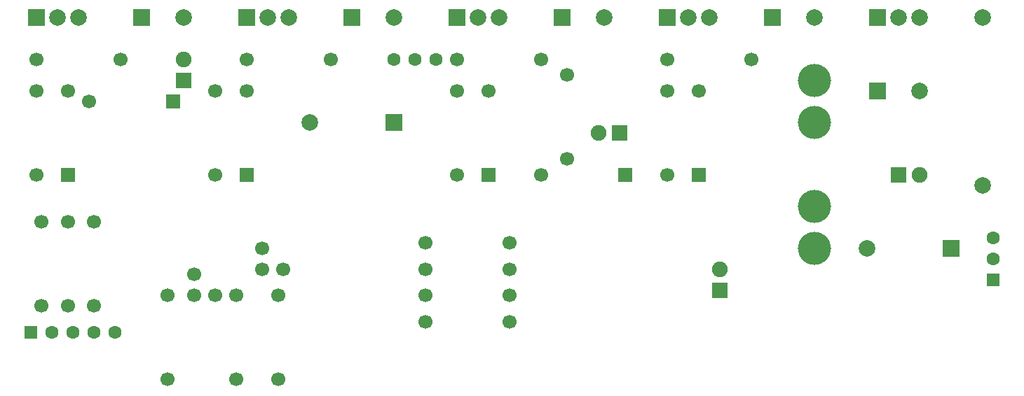
<source format=gtl>
G04 (created by PCBNEW-RS274X (2012-apr-16-27)-stable) date Sat 25 Jan 2014 11:43:21 AM EET*
G01*
G70*
G90*
%MOIN*%
G04 Gerber Fmt 3.4, Leading zero omitted, Abs format*
%FSLAX34Y34*%
G04 APERTURE LIST*
%ADD10C,0.006000*%
%ADD11C,0.066900*%
%ADD12R,0.078700X0.078700*%
%ADD13C,0.078700*%
%ADD14C,0.157500*%
%ADD15R,0.066900X0.066900*%
%ADD16R,0.063000X0.063000*%
%ADD17C,0.063000*%
%ADD18R,0.074800X0.074800*%
%ADD19C,0.074800*%
G04 APERTURE END LIST*
G54D10*
G54D11*
X48000Y-42000D03*
X48000Y-43000D03*
X49000Y-43000D03*
X44750Y-43250D03*
X44750Y-44250D03*
X45750Y-44250D03*
G54D12*
X77250Y-31000D03*
G54D13*
X78250Y-31000D03*
X79250Y-31000D03*
G54D12*
X57250Y-31000D03*
G54D13*
X58250Y-31000D03*
X59250Y-31000D03*
G54D12*
X67250Y-31000D03*
G54D13*
X68250Y-31000D03*
X69250Y-31000D03*
G54D12*
X37250Y-31000D03*
G54D13*
X38250Y-31000D03*
X39250Y-31000D03*
G54D12*
X47250Y-31000D03*
G54D13*
X48250Y-31000D03*
X49250Y-31000D03*
X82250Y-31000D03*
X82250Y-39000D03*
G54D11*
X46750Y-48250D03*
X46750Y-44250D03*
X47250Y-33000D03*
X51250Y-33000D03*
X37250Y-34500D03*
X37250Y-38500D03*
X45750Y-34500D03*
X45750Y-38500D03*
X43500Y-48250D03*
X43500Y-44250D03*
X40000Y-40750D03*
X40000Y-44750D03*
X55750Y-45500D03*
X59750Y-45500D03*
X37250Y-33000D03*
X41250Y-33000D03*
X67250Y-33000D03*
X71250Y-33000D03*
X57250Y-33000D03*
X61250Y-33000D03*
X67250Y-38500D03*
X67250Y-34500D03*
X57250Y-38500D03*
X57250Y-34500D03*
X48750Y-44250D03*
X48750Y-48250D03*
X55750Y-43000D03*
X59750Y-43000D03*
X55750Y-44250D03*
X59750Y-44250D03*
X55750Y-41750D03*
X59750Y-41750D03*
X38750Y-40750D03*
X38750Y-44750D03*
X37500Y-40750D03*
X37500Y-44750D03*
G54D14*
X74250Y-42000D03*
X74250Y-40000D03*
X74250Y-36000D03*
X74250Y-34000D03*
G54D12*
X52250Y-31000D03*
G54D13*
X54250Y-31000D03*
G54D12*
X42250Y-31000D03*
G54D13*
X44250Y-31000D03*
G54D12*
X72250Y-31000D03*
G54D13*
X74250Y-31000D03*
G54D12*
X62250Y-31000D03*
G54D13*
X64250Y-31000D03*
G54D15*
X58750Y-38500D03*
G54D11*
X58750Y-34500D03*
G54D15*
X43750Y-35000D03*
G54D11*
X39750Y-35000D03*
G54D15*
X47250Y-38500D03*
G54D11*
X47250Y-34500D03*
G54D15*
X38750Y-38500D03*
G54D11*
X38750Y-34500D03*
G54D15*
X68750Y-38500D03*
G54D11*
X68750Y-34500D03*
G54D15*
X65250Y-38500D03*
G54D11*
X61250Y-38500D03*
G54D16*
X37000Y-46000D03*
G54D17*
X38000Y-46000D03*
X39000Y-46000D03*
X40000Y-46000D03*
X41000Y-46000D03*
G54D16*
X82750Y-43500D03*
G54D17*
X82750Y-42500D03*
X82750Y-41500D03*
G54D12*
X80750Y-42000D03*
G54D13*
X76750Y-42000D03*
G54D12*
X54250Y-36000D03*
G54D13*
X50250Y-36000D03*
G54D12*
X77250Y-34500D03*
G54D13*
X79250Y-34500D03*
G54D18*
X69750Y-44000D03*
G54D19*
X69750Y-43000D03*
G54D18*
X44250Y-34000D03*
G54D19*
X44250Y-33000D03*
G54D18*
X65000Y-36500D03*
G54D19*
X64000Y-36500D03*
G54D18*
X78250Y-38500D03*
G54D19*
X79250Y-38500D03*
G54D17*
X54250Y-33000D03*
X56250Y-33000D03*
X55250Y-33000D03*
G54D11*
X62500Y-37750D03*
X62500Y-33750D03*
M02*

</source>
